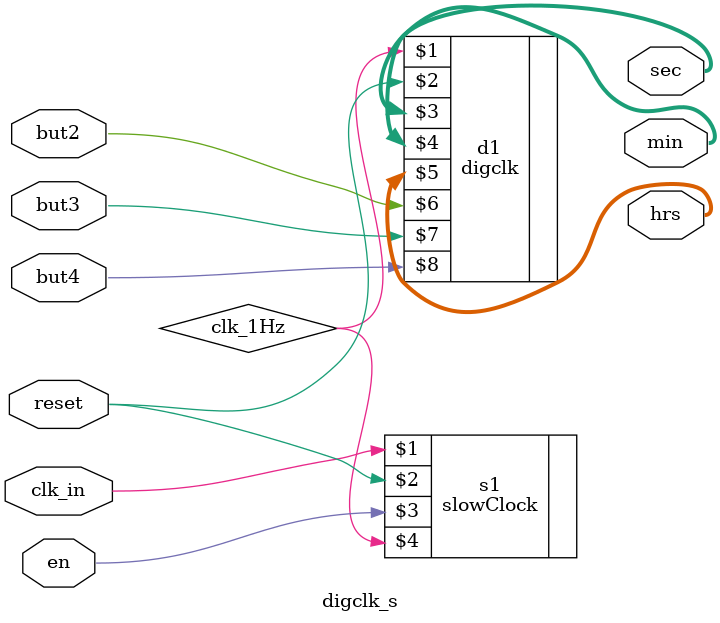
<source format=v>
module digclk_s(clk_in, reset, en, sec, min, hrs, but2, but3, but4);
input clk_in, reset, en, but2, but3, but4;
output [5:0] sec, min;
output [4:0] hrs;
wire clk_1Hz;
slowClock s1(clk_in, reset, en, clk_1Hz);
digclk d1(clk_1Hz, reset, sec, min, hrs, but2, but3, but4);
endmodule 
</source>
